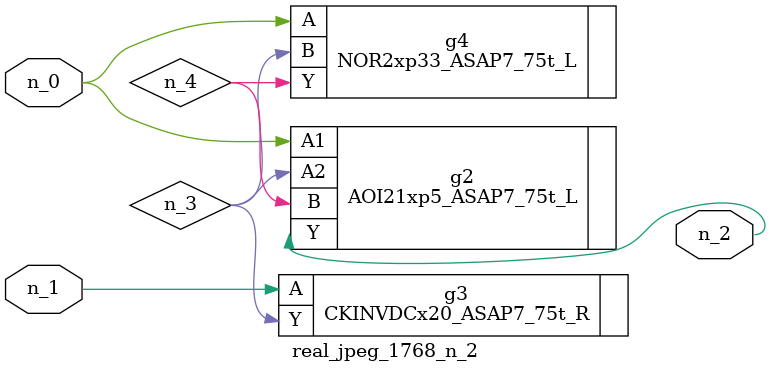
<source format=v>
module real_jpeg_1768_n_2 (n_1, n_0, n_2);

input n_1;
input n_0;

output n_2;

wire n_4;
wire n_3;

AOI21xp5_ASAP7_75t_L g2 ( 
.A1(n_0),
.A2(n_3),
.B(n_4),
.Y(n_2)
);

NOR2xp33_ASAP7_75t_L g4 ( 
.A(n_0),
.B(n_3),
.Y(n_4)
);

CKINVDCx20_ASAP7_75t_R g3 ( 
.A(n_1),
.Y(n_3)
);


endmodule
</source>
